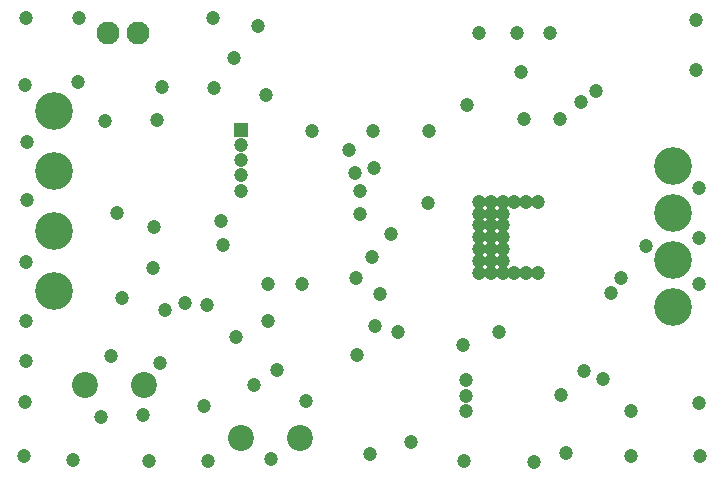
<source format=gbs>
%FSLAX42Y42*%
%MOMM*%
G71*
G01*
G75*
%ADD10C,0.25*%
%ADD11R,2.00X2.00*%
%ADD12R,1.25X1.50*%
%ADD13R,4.00X1.80*%
%ADD14R,2.00X4.00*%
%ADD15R,0.75X0.75*%
%ADD16R,1.25X2.80*%
%ADD17R,1.50X1.25*%
%ADD18R,0.91X0.91*%
%ADD19O,2.00X0.60*%
%ADD20R,0.91X1.27*%
%ADD21R,1.25X0.90*%
%ADD22R,0.90X1.25*%
%ADD23R,1.27X0.91*%
%ADD24O,4.00X2.00*%
%ADD25R,2.55X0.90*%
%ADD26O,0.50X2.00*%
%ADD27R,0.50X2.00*%
%ADD28R,1.27X0.51*%
%ADD29R,2.90X5.40*%
%ADD30R,1.50X1.50*%
%ADD31C,0.40*%
%ADD32C,0.25*%
%ADD33C,1.00*%
%ADD34C,1.50*%
%ADD35C,1.25*%
%ADD36C,2.00*%
%ADD37C,1.20*%
%ADD38R,3.48X3.98*%
%ADD39R,7.20X7.85*%
%ADD40R,4.13X2.98*%
%ADD41C,2.00*%
%ADD42R,1.00X1.00*%
%ADD43C,1.00*%
%ADD44C,1.75*%
%ADD45C,3.00*%
%ADD46C,0.30*%
%ADD47R,13.72X11.55*%
%ADD48R,2.02X3.98*%
%ADD49R,2.20X2.20*%
%ADD50R,1.45X1.70*%
%ADD51R,4.20X2.00*%
%ADD52R,2.20X4.20*%
%ADD53R,0.95X0.95*%
%ADD54R,1.45X3.00*%
%ADD55R,1.70X1.45*%
%ADD56R,1.11X1.11*%
%ADD57O,2.20X0.80*%
%ADD58R,1.11X1.47*%
%ADD59R,1.45X1.10*%
%ADD60R,1.10X1.45*%
%ADD61R,1.47X1.11*%
%ADD62O,4.20X2.20*%
%ADD63R,2.75X1.10*%
%ADD64O,0.70X2.20*%
%ADD65R,0.70X2.20*%
%ADD66R,1.47X0.71*%
%ADD67R,3.10X5.60*%
%ADD68R,1.70X1.70*%
%ADD69C,2.20*%
%ADD70R,1.20X1.20*%
%ADD71C,1.20*%
%ADD72C,1.95*%
%ADD73C,3.20*%
D69*
X1985Y300D02*
D03*
X2485D02*
D03*
X1160Y750D02*
D03*
X660D02*
D03*
D70*
X1985Y2905D02*
D03*
D71*
Y2777D02*
D03*
Y2650D02*
D03*
Y2523D02*
D03*
Y2395D02*
D03*
X4200Y1800D02*
D03*
Y1900D02*
D03*
Y2000D02*
D03*
Y2100D02*
D03*
Y2200D02*
D03*
X4500Y1700D02*
D03*
X4400D02*
D03*
X4300D02*
D03*
X4200D02*
D03*
Y2300D02*
D03*
X4300D02*
D03*
X4400D02*
D03*
X4500D02*
D03*
X4100Y1700D02*
D03*
Y1800D02*
D03*
Y1900D02*
D03*
Y2000D02*
D03*
Y2100D02*
D03*
Y2200D02*
D03*
Y2300D02*
D03*
X4000Y1700D02*
D03*
Y1800D02*
D03*
Y1900D02*
D03*
Y2000D02*
D03*
Y2100D02*
D03*
Y2200D02*
D03*
Y2300D02*
D03*
X3317Y1200D02*
D03*
X3117Y1245D02*
D03*
X2098Y750D02*
D03*
X2902Y2735D02*
D03*
X2962Y1652D02*
D03*
X3110Y2583D02*
D03*
X2992Y2392D02*
D03*
X4692Y668D02*
D03*
X3867Y1090D02*
D03*
X1277Y2992D02*
D03*
X1700Y1430D02*
D03*
X1343Y1380D02*
D03*
X938Y2205D02*
D03*
X1812Y2140D02*
D03*
X1314Y3274D02*
D03*
X1245Y2083D02*
D03*
X975Y1485D02*
D03*
X1510Y1445D02*
D03*
X5200Y1655D02*
D03*
X4867Y3148D02*
D03*
X5053Y802D02*
D03*
X3888Y657D02*
D03*
Y788D02*
D03*
Y528D02*
D03*
X2130Y3785D02*
D03*
X1923Y3515D02*
D03*
X2198Y3200D02*
D03*
X2215Y1600D02*
D03*
X2285Y875D02*
D03*
X1945Y1157D02*
D03*
X1675Y575D02*
D03*
X607Y3317D02*
D03*
X2967Y1002D02*
D03*
X1295Y932D02*
D03*
X880Y993D02*
D03*
X2212Y1293D02*
D03*
X1155Y495D02*
D03*
X1240Y1738D02*
D03*
X2995Y2200D02*
D03*
X3258Y2030D02*
D03*
X3565Y2292D02*
D03*
X4380Y2998D02*
D03*
X4000Y3725D02*
D03*
X4600D02*
D03*
X3897Y3123D02*
D03*
X5860Y2415D02*
D03*
X4317Y3730D02*
D03*
X4688Y3005D02*
D03*
X4353Y3400D02*
D03*
X4990Y3235D02*
D03*
X5835Y3838D02*
D03*
X5417Y1925D02*
D03*
X5870Y145D02*
D03*
X5858Y1992D02*
D03*
X4885Y865D02*
D03*
X5865Y595D02*
D03*
X5120Y1525D02*
D03*
X3875Y108D02*
D03*
X3090Y1835D02*
D03*
X4462Y93D02*
D03*
X2948Y2540D02*
D03*
X4167Y1200D02*
D03*
X4740Y177D02*
D03*
X5290Y530D02*
D03*
Y145D02*
D03*
X3425Y262D02*
D03*
X2538Y612D02*
D03*
X800Y478D02*
D03*
X5865Y1602D02*
D03*
X1760Y3265D02*
D03*
X1830Y1933D02*
D03*
X5835Y3415D02*
D03*
X173Y2808D02*
D03*
Y2315D02*
D03*
X167Y1792D02*
D03*
Y1293D02*
D03*
X160Y952D02*
D03*
X155Y607D02*
D03*
X150Y148D02*
D03*
X562Y115D02*
D03*
X155Y3285D02*
D03*
X160Y3855D02*
D03*
X610D02*
D03*
X1745D02*
D03*
X3572Y2895D02*
D03*
X3102D02*
D03*
X2585D02*
D03*
X2240Y125D02*
D03*
X1708Y108D02*
D03*
X1202D02*
D03*
X3080Y162D02*
D03*
X3160Y1523D02*
D03*
X2502Y1602D02*
D03*
X830Y2988D02*
D03*
D72*
X1112Y3728D02*
D03*
X857D02*
D03*
D73*
X5645Y2605D02*
D03*
Y2205D02*
D03*
Y1805D02*
D03*
Y1405D02*
D03*
X400Y1543D02*
D03*
Y2052D02*
D03*
Y2558D02*
D03*
Y3067D02*
D03*
M02*

</source>
